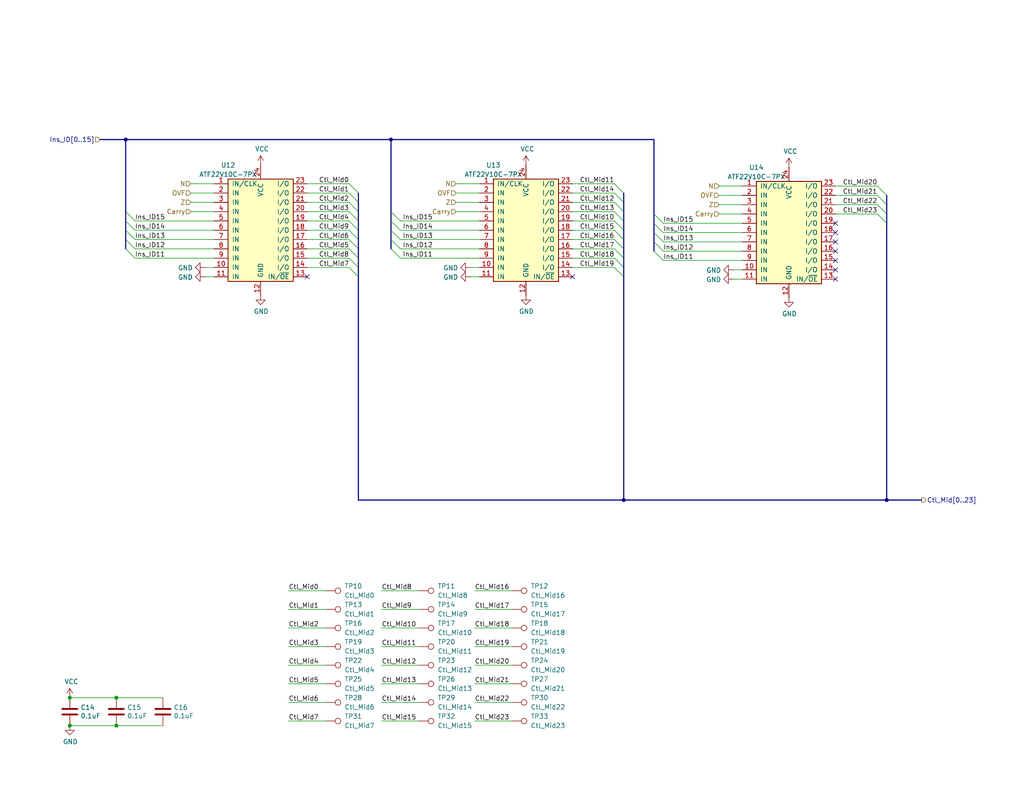
<source format=kicad_sch>
(kicad_sch (version 20250114) (generator "eeschema") (generator_version "9.0")
  (paper "USLetter")
  (title_block (title "Instruction Decoder") (date "2025-07-01") (rev "A") (comment 4 "Decodes an instruction opcode into an array of control signals."))
  (lib_symbols
    (symbol "Connector:TestPoint" (pin_numbers (hide yes)) (pin_names (offset 0.762) (hide yes))
      (property "Reference" "TP" (at 0 6.858 0))
      (property "Value" "TestPoint" (at 0 5.08 0))
      (symbol "TestPoint_0_1"
        (circle (center 0 3.302) (radius 0.762))
      )
      (symbol "TestPoint_1_1"
        (pin passive line (at 0 0 90) (length 2.54) (name "1") (number "1"))
      )
    )
    (symbol "Device:C" (pin_numbers (hide yes)) (pin_names (offset 0.254))
      (property "Reference" "C" (at 0.635 2.54 0))
      (property "Value" "C" (at 0.635 -2.54 0))
      (symbol "C_0_1"
        (polyline (pts (xy -2.032 0.762) (xy 2.032 0.762)) (stroke (width 0.508)))
        (polyline (pts (xy -2.032 -0.762) (xy 2.032 -0.762)) (stroke (width 0.508)))
      )
      (symbol "C_1_1"
        (pin passive line (at 0 3.81 270) (length 2.794) (name "~") (number "1"))
        (pin passive line (at 0 -3.81 90) (length 2.794) (name "~") (number "2"))
      )
    )
    (symbol "Turtle16:ATF22V10C" (pin_names (offset 1.016))
      (symbol "ATF22V10C_1_1"
        (rectangle (start -8.89 -15.24) (end 8.89 12.7) (stroke (width 0.254)) (fill (type background)))
        (pin input line (at -12.7 11.43 0) (length 3.81) (name "IN/CLK") (number "1"))
        (pin input line (at -12.7 8.89 0) (length 3.81) (name "IN") (number "2"))
        (pin input line (at -12.7 6.35 0) (length 3.81) (name "IN") (number "3"))
        (pin input line (at -12.7 3.81 0) (length 3.81) (name "IN") (number "4"))
        (pin input line (at -12.7 1.27 0) (length 3.81) (name "IN") (number "5"))
        (pin input line (at -12.7 -1.27 0) (length 3.81) (name "IN") (number "6"))
        (pin input line (at -12.7 -3.81 0) (length 3.81) (name "IN") (number "7"))
        (pin input line (at -12.7 -6.35 0) (length 3.81) (name "IN") (number "8"))
        (pin input line (at -12.7 -8.89 0) (length 3.81) (name "IN") (number "9"))
        (pin input line (at -12.7 -11.43 0) (length 3.81) (name "IN") (number "10"))
        (pin input line (at -12.7 -13.97 0) (length 3.81) (name "IN") (number "11"))
        (pin power_in line (at 0 16.51 270) (length 3.81) (name "VCC") (number "24"))
        (pin power_in line (at 0 -19.05 90) (length 3.81) (name "GND") (number "12"))
        (pin passive line (at 12.7 11.43 180) (length 3.81) (name "I/O") (number "23"))
        (pin passive line (at 12.7 8.89 180) (length 3.81) (name "I/O") (number "22"))
        (pin passive line (at 12.7 6.35 180) (length 3.81) (name "I/O") (number "21"))
        (pin passive line (at 12.7 3.81 180) (length 3.81) (name "I/O") (number "20"))
        (pin passive line (at 12.7 1.27 180) (length 3.81) (name "I/O") (number "19"))
        (pin passive line (at 12.7 -1.27 180) (length 3.81) (name "I/O") (number "18"))
        (pin passive line (at 12.7 -3.81 180) (length 3.81) (name "I/O") (number "17"))
        (pin passive line (at 12.7 -6.35 180) (length 3.81) (name "I/O") (number "16"))
        (pin passive line (at 12.7 -8.89 180) (length 3.81) (name "I/O") (number "15"))
        (pin passive line (at 12.7 -11.43 180) (length 3.81) (name "I/O") (number "14"))
        (pin input line (at 12.7 -13.97 180) (length 3.81) (name "IN/~{OE}") (number "13"))
      )
    )
    (symbol "power:GND" (power) (pin_numbers (hide yes)) (pin_names (offset 0) (hide yes))
      (property "Value" "GND" (at 0 -3.81 0))
      (symbol "GND_0_1"
        (polyline (pts (xy 0 0) (xy 0 -1.27) (xy 1.27 -1.27) (xy 0 -2.54) (xy -1.27 -1.27) (xy 0 -1.27)))
      )
      (symbol "GND_1_1"
        (pin power_in line (at 0 0 270) (length 0) (name "~") (number "1"))
      )
    )
    (symbol "power:VCC" (power) (pin_numbers (hide yes)) (pin_names (offset 0) (hide yes))
      (property "Value" "VCC" (at 0 3.556 0))
      (symbol "VCC_0_1"
        (polyline (pts (xy -0.762 1.27) (xy 0 2.54)))
        (polyline (pts (xy 0 2.54) (xy 0.762 1.27)))
        (polyline (pts (xy 0 0) (xy 0 2.54)))
      )
      (symbol "VCC_1_1"
        (pin power_in line (at 0 0 90) (length 0) (name "~") (number "1"))
      )
    )
  )
  (junction (at 19.05 198.12))
  (junction (at 31.75 190.5))
  (junction (at 241.935 136.525))
  (junction (at 34.29 38.1))
  (junction (at 31.75 198.12))
  (junction (at 170.18 136.525))
  (junction (at 106.68 38.1))
  (junction (at 19.05 190.5))
  (no_connect (at 227.965 60.96))
  (no_connect (at 83.82 75.565))
  (no_connect (at 156.21 75.565))
  (no_connect (at 227.965 76.2))
  (no_connect (at 227.965 63.5))
  (no_connect (at 227.965 66.04))
  (no_connect (at 227.965 68.58))
  (no_connect (at 227.965 71.12))
  (no_connect (at 227.965 73.66))
  (bus_entry (at 180.975 60.96) (size -2.54 -2.54))
  (bus_entry (at 109.22 67.945) (size -2.54 -2.54))
  (bus_entry (at 97.79 67.945) (size -2.54 -2.54))
  (bus_entry (at 95.25 70.485) (size 2.54 2.54))
  (bus_entry (at 97.79 62.865) (size -2.54 -2.54))
  (bus_entry (at 109.22 70.485) (size -2.54 -2.54))
  (bus_entry (at 180.975 63.5) (size -2.54 -2.54))
  (bus_entry (at 95.25 67.945) (size 2.54 2.54))
  (bus_entry (at 180.975 66.04) (size -2.54 -2.54))
  (bus_entry (at 241.935 58.42) (size -2.54 -2.54))
  (bus_entry (at 97.79 65.405) (size -2.54 -2.54))
  (bus_entry (at 241.935 53.34) (size -2.54 -2.54))
  (bus_entry (at 241.935 60.96) (size -2.54 -2.54))
  (bus_entry (at 241.935 55.88) (size -2.54 -2.54))
  (bus_entry (at 97.79 60.325) (size -2.54 -2.54))
  (bus_entry (at 180.975 68.58) (size -2.54 -2.54))
  (bus_entry (at 95.25 73.025) (size 2.54 2.54))
  (bus_entry (at 36.83 65.405) (size -2.54 -2.54))
  (bus_entry (at 97.79 52.705) (size -2.54 -2.54))
  (bus_entry (at 36.83 62.865) (size -2.54 -2.54))
  (bus_entry (at 167.64 67.945) (size 2.54 2.54))
  (bus_entry (at 109.22 65.405) (size -2.54 -2.54))
  (bus_entry (at 36.83 60.325) (size -2.54 -2.54))
  (bus_entry (at 170.18 60.325) (size -2.54 -2.54))
  (bus_entry (at 167.64 70.485) (size 2.54 2.54))
  (bus_entry (at 180.975 71.12) (size -2.54 -2.54))
  (bus_entry (at 97.79 55.245) (size -2.54 -2.54))
  (bus_entry (at 109.22 62.865) (size -2.54 -2.54))
  (bus_entry (at 170.18 62.865) (size -2.54 -2.54))
  (bus_entry (at 170.18 67.945) (size -2.54 -2.54))
  (bus_entry (at 36.83 67.945) (size -2.54 -2.54))
  (bus_entry (at 170.18 57.785) (size -2.54 -2.54))
  (bus_entry (at 109.22 60.325) (size -2.54 -2.54))
  (bus_entry (at 167.64 73.025) (size 2.54 2.54))
  (bus_entry (at 170.18 65.405) (size -2.54 -2.54))
  (bus_entry (at 170.18 52.705) (size -2.54 -2.54))
  (bus_entry (at 36.83 70.485) (size -2.54 -2.54))
  (bus_entry (at 97.79 57.785) (size -2.54 -2.54))
  (bus_entry (at 170.18 55.245) (size -2.54 -2.54))
  (wire (pts (xy 83.82 57.785) (xy 95.25 57.785)))
  (wire (pts (xy 124.46 50.165) (xy 130.81 50.165)))
  (wire (pts (xy 78.74 176.53) (xy 88.9 176.53)))
  (bus (pts (xy 170.18 55.245) (xy 170.18 57.785)))
  (wire (pts (xy 104.14 161.29) (xy 114.3 161.29)))
  (wire (pts (xy 44.45 198.12) (xy 31.75 198.12)))
  (bus (pts (xy 34.29 38.1) (xy 34.29 57.785)))
  (wire (pts (xy 156.21 65.405) (xy 167.64 65.405)))
  (bus (pts (xy 106.68 60.325) (xy 106.68 62.865)))
  (wire (pts (xy 129.54 171.45) (xy 139.7 171.45)))
  (bus (pts (xy 241.935 53.34) (xy 241.935 55.88)))
  (wire (pts (xy 202.565 60.96) (xy 180.975 60.96)))
  (wire (pts (xy 156.21 62.865) (xy 167.64 62.865)))
  (wire (pts (xy 58.42 60.325) (xy 36.83 60.325)))
  (bus (pts (xy 106.68 38.1) (xy 106.68 57.785)))
  (bus (pts (xy 170.18 136.525) (xy 241.935 136.525)))
  (bus (pts (xy 97.79 60.325) (xy 97.79 62.865)))
  (bus (pts (xy 34.29 57.785) (xy 34.29 60.325)))
  (wire (pts (xy 31.75 190.5) (xy 44.45 190.5)))
  (bus (pts (xy 170.18 57.785) (xy 170.18 60.325)))
  (wire (pts (xy 36.83 67.945) (xy 58.42 67.945)))
  (bus (pts (xy 241.935 60.96) (xy 241.935 136.525)))
  (wire (pts (xy 156.21 55.245) (xy 167.64 55.245)))
  (wire (pts (xy 83.82 50.165) (xy 95.25 50.165)))
  (wire (pts (xy 109.22 67.945) (xy 130.81 67.945)))
  (wire (pts (xy 52.07 50.165) (xy 58.42 50.165)))
  (wire (pts (xy 124.46 55.245) (xy 130.81 55.245)))
  (wire (pts (xy 180.975 68.58) (xy 202.565 68.58)))
  (wire (pts (xy 78.74 171.45) (xy 88.9 171.45)))
  (wire (pts (xy 52.07 55.245) (xy 58.42 55.245)))
  (wire (pts (xy 78.74 196.85) (xy 88.9 196.85)))
  (bus (pts (xy 97.79 70.485) (xy 97.79 67.945)))
  (wire (pts (xy 196.215 55.88) (xy 202.565 55.88)))
  (bus (pts (xy 178.435 38.1) (xy 178.435 58.42)))
  (bus (pts (xy 178.435 60.96) (xy 178.435 63.5)))
  (bus (pts (xy 97.79 73.025) (xy 97.79 75.565)))
  (wire (pts (xy 129.54 161.29) (xy 139.7 161.29)))
  (wire (pts (xy 227.965 53.34) (xy 239.395 53.34)))
  (wire (pts (xy 83.82 73.025) (xy 95.25 73.025)))
  (wire (pts (xy 83.82 62.865) (xy 95.25 62.865)))
  (wire (pts (xy 196.215 50.8) (xy 202.565 50.8)))
  (wire (pts (xy 156.21 73.025) (xy 167.64 73.025)))
  (wire (pts (xy 104.14 181.61) (xy 114.3 181.61)))
  (wire (pts (xy 200.025 73.66) (xy 202.565 73.66)))
  (wire (pts (xy 180.975 71.12) (xy 202.565 71.12)))
  (bus (pts (xy 34.29 60.325) (xy 34.29 62.865)))
  (wire (pts (xy 78.74 191.77) (xy 88.9 191.77)))
  (wire (pts (xy 124.46 52.705) (xy 130.81 52.705)))
  (bus (pts (xy 170.18 70.485) (xy 170.18 73.025)))
  (bus (pts (xy 170.18 62.865) (xy 170.18 65.405)))
  (wire (pts (xy 104.14 191.77) (xy 114.3 191.77)))
  (wire (pts (xy 200.025 76.2) (xy 202.565 76.2)))
  (wire (pts (xy 129.54 181.61) (xy 139.7 181.61)))
  (wire (pts (xy 202.565 63.5) (xy 180.975 63.5)))
  (wire (pts (xy 83.82 65.405) (xy 95.25 65.405)))
  (wire (pts (xy 83.82 67.945) (xy 95.25 67.945)))
  (wire (pts (xy 180.975 66.04) (xy 202.565 66.04)))
  (wire (pts (xy 156.21 67.945) (xy 167.64 67.945)))
  (wire (pts (xy 124.46 57.785) (xy 130.81 57.785)))
  (wire (pts (xy 104.14 186.69) (xy 114.3 186.69)))
  (wire (pts (xy 109.22 70.485) (xy 130.81 70.485)))
  (bus (pts (xy 34.29 62.865) (xy 34.29 65.405)))
  (bus (pts (xy 170.18 70.485) (xy 170.18 67.945)))
  (wire (pts (xy 52.07 57.785) (xy 58.42 57.785)))
  (wire (pts (xy 196.215 53.34) (xy 202.565 53.34)))
  (bus (pts (xy 106.68 62.865) (xy 106.68 65.405)))
  (wire (pts (xy 156.21 52.705) (xy 167.64 52.705)))
  (wire (pts (xy 129.54 196.85) (xy 139.7 196.85)))
  (wire (pts (xy 31.75 198.12) (xy 19.05 198.12)))
  (bus (pts (xy 178.435 66.04) (xy 178.435 68.58)))
  (wire (pts (xy 227.965 58.42) (xy 239.395 58.42)))
  (bus (pts (xy 97.79 52.705) (xy 97.79 55.245)))
  (bus (pts (xy 106.68 65.405) (xy 106.68 67.945)))
  (bus (pts (xy 170.18 73.025) (xy 170.18 75.565)))
  (wire (pts (xy 78.74 161.29) (xy 88.9 161.29)))
  (wire (pts (xy 109.22 65.405) (xy 130.81 65.405)))
  (wire (pts (xy 36.83 70.485) (xy 58.42 70.485)))
  (wire (pts (xy 83.82 60.325) (xy 95.25 60.325)))
  (bus (pts (xy 27.305 38.1) (xy 34.29 38.1)))
  (bus (pts (xy 97.79 57.785) (xy 97.79 60.325)))
  (wire (pts (xy 104.14 176.53) (xy 114.3 176.53)))
  (wire (pts (xy 129.54 176.53) (xy 139.7 176.53)))
  (wire (pts (xy 129.54 191.77) (xy 139.7 191.77)))
  (bus (pts (xy 170.18 75.565) (xy 170.18 136.525)))
  (bus (pts (xy 97.79 75.565) (xy 97.79 136.525)))
  (bus (pts (xy 241.935 58.42) (xy 241.935 60.96)))
  (bus (pts (xy 34.29 65.405) (xy 34.29 67.945)))
  (wire (pts (xy 55.88 73.025) (xy 58.42 73.025)))
  (wire (pts (xy 196.215 58.42) (xy 202.565 58.42)))
  (bus (pts (xy 97.79 70.485) (xy 97.79 73.025)))
  (wire (pts (xy 78.74 186.69) (xy 88.9 186.69)))
  (wire (pts (xy 156.21 60.325) (xy 167.64 60.325)))
  (bus (pts (xy 241.935 55.88) (xy 241.935 58.42)))
  (wire (pts (xy 78.74 181.61) (xy 88.9 181.61)))
  (bus (pts (xy 170.18 52.705) (xy 170.18 55.245)))
  (wire (pts (xy 128.27 73.025) (xy 130.81 73.025)))
  (wire (pts (xy 83.82 52.705) (xy 95.25 52.705)))
  (bus (pts (xy 97.79 65.405) (xy 97.79 67.945)))
  (bus (pts (xy 106.68 57.785) (xy 106.68 60.325)))
  (wire (pts (xy 104.14 166.37) (xy 114.3 166.37)))
  (wire (pts (xy 19.05 190.5) (xy 31.75 190.5)))
  (wire (pts (xy 156.21 57.785) (xy 167.64 57.785)))
  (bus (pts (xy 178.435 63.5) (xy 178.435 66.04)))
  (bus (pts (xy 170.18 136.525) (xy 97.79 136.525)))
  (bus (pts (xy 34.29 38.1) (xy 106.68 38.1)))
  (wire (pts (xy 129.54 166.37) (xy 139.7 166.37)))
  (wire (pts (xy 36.83 65.405) (xy 58.42 65.405)))
  (bus (pts (xy 170.18 65.405) (xy 170.18 67.945)))
  (bus (pts (xy 106.68 38.1) (xy 178.435 38.1)))
  (bus (pts (xy 170.18 60.325) (xy 170.18 62.865)))
  (wire (pts (xy 55.88 75.565) (xy 58.42 75.565)))
  (wire (pts (xy 83.82 70.485) (xy 95.25 70.485)))
  (wire (pts (xy 104.14 171.45) (xy 114.3 171.45)))
  (bus (pts (xy 97.79 62.865) (xy 97.79 65.405)))
  (bus (pts (xy 97.79 55.245) (xy 97.79 57.785)))
  (wire (pts (xy 104.14 196.85) (xy 114.3 196.85)))
  (wire (pts (xy 78.74 166.37) (xy 88.9 166.37)))
  (wire (pts (xy 227.965 50.8) (xy 239.395 50.8)))
  (wire (pts (xy 128.27 75.565) (xy 130.81 75.565)))
  (wire (pts (xy 130.81 60.325) (xy 109.22 60.325)))
  (wire (pts (xy 156.21 70.485) (xy 167.64 70.485)))
  (wire (pts (xy 83.82 55.245) (xy 95.25 55.245)))
  (wire (pts (xy 129.54 186.69) (xy 139.7 186.69)))
  (bus (pts (xy 241.935 136.525) (xy 251.46 136.525)))
  (wire (pts (xy 58.42 62.865) (xy 36.83 62.865)))
  (wire (pts (xy 227.965 55.88) (xy 239.395 55.88)))
  (bus (pts (xy 178.435 58.42) (xy 178.435 60.96)))
  (wire (pts (xy 52.07 52.705) (xy 58.42 52.705)))
  (wire (pts (xy 156.21 50.165) (xy 167.64 50.165)))
  (wire (pts (xy 130.81 62.865) (xy 109.22 62.865)))
  (label "Ctl_Mid13" (at 104.14 186.69 0))
  (label "Ctl_Mid9" (at 104.14 166.37 0))
  (label "Ctl_Mid0" (at 95.25 50.165 180))
  (label "Ctl_Mid14" (at 167.64 52.705 180))
  (label "Ctl_Mid4" (at 95.25 60.325 180))
  (label "Ctl_Mid17" (at 129.54 166.37 0))
  (label "Ins_ID12" (at 180.975 68.58 0))
  (label "Ctl_Mid22" (at 129.54 191.77 0))
  (label "Ins_ID13" (at 36.83 65.405 0))
  (label "Ins_ID15" (at 36.83 60.325 0))
  (label "Ins_ID13" (at 109.855 65.405 0))
  (label "Ctl_Mid2" (at 78.74 171.45 0))
  (label "Ctl_Mid23" (at 129.54 196.85 0))
  (label "Ctl_Mid10" (at 167.64 60.325 180))
  (label "Ctl_Mid19" (at 129.54 176.53 0))
  (label "Ctl_Mid18" (at 167.64 70.485 180))
  (label "Ctl_Mid2" (at 95.25 55.245 180))
  (label "Ctl_Mid11" (at 104.14 176.53 0))
  (label "Ctl_Mid4" (at 78.74 181.61 0))
  (label "Ctl_Mid14" (at 104.14 191.77 0))
  (label "Ctl_Mid13" (at 167.64 57.785 180))
  (label "Ins_ID11" (at 180.975 71.12 0))
  (label "Ctl_Mid22" (at 239.395 55.88 180))
  (label "Ins_ID14" (at 36.83 62.865 0))
  (label "Ins_ID13" (at 180.975 66.04 0))
  (label "Ctl_Mid10" (at 104.14 171.45 0))
  (label "Ins_ID15" (at 109.855 60.325 0))
  (label "Ctl_Mid9" (at 95.25 62.865 180))
  (label "Ctl_Mid3" (at 95.25 57.785 180))
  (label "Ctl_Mid23" (at 239.395 58.42 180))
  (label "Ins_ID11" (at 36.83 70.485 0))
  (label "Ins_ID12" (at 109.855 67.945 0))
  (label "Ctl_Mid20" (at 129.54 181.61 0))
  (label "Ctl_Mid3" (at 78.74 176.53 0))
  (label "Ctl_Mid5" (at 95.25 67.945 180))
  (label "Ctl_Mid12" (at 167.64 55.245 180))
  (label "Ctl_Mid16" (at 129.54 161.29 0))
  (label "Ctl_Mid7" (at 78.74 196.85 0))
  (label "Ctl_Mid17" (at 167.64 67.945 180))
  (label "Ctl_Mid20" (at 239.395 50.8 180))
  (label "Ins_ID12" (at 36.83 67.945 0))
  (label "Ins_ID14" (at 180.975 63.5 0))
  (label "Ctl_Mid8" (at 104.14 161.29 0))
  (label "Ctl_Mid15" (at 104.14 196.85 0))
  (label "Ctl_Mid18" (at 129.54 171.45 0))
  (label "Ctl_Mid0" (at 78.74 161.29 0))
  (label "Ctl_Mid7" (at 95.25 73.025 180))
  (label "Ctl_Mid12" (at 104.14 181.61 0))
  (label "Ctl_Mid8" (at 95.25 70.485 180))
  (label "Ctl_Mid1" (at 95.25 52.705 180))
  (label "Ctl_Mid16" (at 167.64 65.405 180))
  (label "Ins_ID14" (at 109.855 62.865 0))
  (label "Ctl_Mid11" (at 167.64 50.165 180))
  (label "Ctl_Mid1" (at 78.74 166.37 0))
  (label "Ctl_Mid6" (at 78.74 191.77 0))
  (label "Ins_ID11" (at 109.855 70.485 0))
  (label "Ctl_Mid15" (at 167.64 62.865 180))
  (label "Ins_ID15" (at 180.975 60.96 0))
  (label "Ctl_Mid21" (at 129.54 186.69 0))
  (label "Ctl_Mid6" (at 95.25 65.405 180))
  (label "Ctl_Mid21" (at 239.395 53.34 180))
  (label "Ctl_Mid5" (at 78.74 186.69 0))
  (label "Ctl_Mid19" (at 167.64 73.025 180))
  (hierarchical_label "Z" (shape input) (at 124.46 55.245 180))
  (hierarchical_label "OVF" (shape input) (at 124.46 52.705 180))
  (hierarchical_label "N" (shape input) (at 196.215 50.8 180))
  (hierarchical_label "Ins_ID[0..15]" (shape input) (at 27.305 38.1 180))
  (hierarchical_label "Ctl_Mid[0..23]" (shape output) (at 251.46 136.525 0))
  (hierarchical_label "Carry" (shape input) (at 124.46 57.785 180))
  (hierarchical_label "N" (shape input) (at 52.07 50.165 180))
  (hierarchical_label "N" (shape input) (at 124.46 50.165 180))
  (hierarchical_label "Carry" (shape input) (at 196.215 58.42 180))
  (hierarchical_label "Carry" (shape input) (at 52.07 57.785 180))
  (hierarchical_label "OVF" (shape input) (at 52.07 52.705 180))
  (hierarchical_label "Z" (shape input) (at 52.07 55.245 180))
  (hierarchical_label "OVF" (shape input) (at 196.215 53.34 180))
  (hierarchical_label "Z" (shape input) (at 196.215 55.88 180))
  (symbol (lib_id "power:GND") (at 55.88 75.565 270) (unit 1)
    (property "Reference" "#PWR04" (effects (hide yes)))
    (property "Value" "GND" (at 52.6288 75.692 90) (effects (justify right)))
    (property "Description" "Power symbol creates a global label with name \"GND\" , ground" (effects (hide yes)))
    (instances (project "" (path "" (reference "#PWR0523") (unit 1))) (project "" (path "" (reference "#PWR04") (unit 1))))
  )
  (symbol (lib_id "power:GND") (at 55.88 73.025 270) (unit 1)
    (property "Reference" "#PWR03" (effects (hide yes)))
    (property "Value" "GND" (at 52.6288 73.152 90) (effects (justify right)))
    (property "Description" "Power symbol creates a global label with name \"GND\" , ground" (effects (hide yes)))
    (instances (project "" (path "" (reference "#PWR0520") (unit 1))) (project "" (path "" (reference "#PWR03") (unit 1))))
  )
  (symbol (lib_id "Device:C") (at 19.05 194.31 0) (unit 1)
    (property "Reference" "C1" (at 21.971 193.1416 0) (effects (justify left)))
    (property "Value" "0.1uF" (at 21.971 195.453 0) (effects (justify left)))
    (property "Footprint" "Capacitor_SMD:C_0603_1608Metric" (effects (hide yes)))
    (property "Datasheet" "https://www.mouser.com/datasheet/2/396/taiyo_yuden_12132018_mlcc11_hq_e-1510082.pdf" (effects (hide yes)))
    (property "Manufacturer" "Taiyo Yuden" (effects (hide yes)))
    (property "Manufacturer#" "EMK107B7104KAHT" (effects (hide yes)))
    (property "Mouser#" "963-EMK107B7104KAHT" (effects (hide yes)))
    (property "Digikey#" "587-6004-1-ND" (effects (hide yes)))
    (instances (project "" (path "" (reference "C14") (unit 1))) (project "" (path "" (reference "C1") (unit 1))))
  )
  (symbol (lib_id "Device:C") (at 31.75 194.31 0) (unit 1)
    (property "Reference" "C2" (at 34.671 193.1416 0) (effects (justify left)))
    (property "Value" "0.1uF" (at 34.671 195.453 0) (effects (justify left)))
    (property "Footprint" "Capacitor_SMD:C_0603_1608Metric" (effects (hide yes)))
    (property "Datasheet" "https://www.mouser.com/datasheet/2/396/taiyo_yuden_12132018_mlcc11_hq_e-1510082.pdf" (effects (hide yes)))
    (property "Manufacturer" "Taiyo Yuden" (effects (hide yes)))
    (property "Manufacturer#" "EMK107B7104KAHT" (effects (hide yes)))
    (property "Mouser#" "963-EMK107B7104KAHT" (effects (hide yes)))
    (property "Digikey#" "587-6004-1-ND" (effects (hide yes)))
    (instances (project "" (path "" (reference "C15") (unit 1))) (project "" (path "" (reference "C2") (unit 1))))
  )
  (symbol (lib_id "power:GND") (at 19.05 198.12 0) (unit 1)
    (property "Reference" "#PWR02" (effects (hide yes)))
    (property "Value" "GND" (at 19.177 202.5142 0))
    (property "Description" "Power symbol creates a global label with name \"GND\" , ground" (effects (hide yes)))
    (instances (project "" (path "" (reference "#PWR0530") (unit 1))) (project "" (path "" (reference "#PWR02") (unit 1))))
  )
  (symbol (lib_id "power:VCC") (at 19.05 190.5 0) (unit 1)
    (property "Reference" "#PWR01" (effects (hide yes)))
    (property "Value" "VCC" (at 19.4818 186.1058 0))
    (property "Description" "Power symbol creates a global label with name \"VCC\"" (effects (hide yes)))
    (instances (project "" (path "" (reference "#PWR0529") (unit 1))) (project "" (path "" (reference "#PWR01") (unit 1))))
  )
  (symbol (lib_id "power:VCC") (at 71.12 45.085 0) (unit 1)
    (property "Reference" "#PWR05" (effects (hide yes)))
    (property "Value" "VCC" (at 71.501 40.6908 0))
    (property "Description" "Power symbol creates a global label with name \"VCC\"" (effects (hide yes)))
    (instances (project "" (path "" (reference "#PWR0517") (unit 1))) (project "" (path "" (reference "#PWR05") (unit 1))))
  )
  (symbol (lib_id "power:GND") (at 71.12 80.645 0) (unit 1)
    (property "Reference" "#PWR06" (effects (hide yes)))
    (property "Value" "GND" (at 71.247 85.0392 0))
    (property "Description" "Power symbol creates a global label with name \"GND\" , ground" (effects (hide yes)))
    (instances (project "" (path "" (reference "#PWR0526") (unit 1))) (project "" (path "" (reference "#PWR06") (unit 1))))
  )
  (symbol (lib_id "Device:C") (at 44.45 194.31 0) (unit 1)
    (property "Reference" "C3" (at 47.371 193.1416 0) (effects (justify left)))
    (property "Value" "0.1uF" (at 47.371 195.453 0) (effects (justify left)))
    (property "Footprint" "Capacitor_SMD:C_0603_1608Metric" (effects (hide yes)))
    (property "Datasheet" "https://www.mouser.com/datasheet/2/396/taiyo_yuden_12132018_mlcc11_hq_e-1510082.pdf" (effects (hide yes)))
    (property "Manufacturer" "Taiyo Yuden" (effects (hide yes)))
    (property "Manufacturer#" "EMK107B7104KAHT" (effects (hide yes)))
    (property "Mouser#" "963-EMK107B7104KAHT" (effects (hide yes)))
    (property "Digikey#" "587-6004-1-ND" (effects (hide yes)))
    (instances (project "" (path "" (reference "C16") (unit 1))) (project "" (path "" (reference "C3") (unit 1))))
  )
  (symbol (lib_id "power:VCC") (at 143.51 45.085 0) (unit 1)
    (property "Reference" "#PWR09" (effects (hide yes)))
    (property "Value" "VCC" (at 143.891 40.6908 0))
    (property "Description" "Power symbol creates a global label with name \"VCC\"" (effects (hide yes)))
    (instances (project "" (path "" (reference "#PWR0518") (unit 1))) (project "" (path "" (reference "#PWR09") (unit 1))))
  )
  (symbol (lib_id "power:GND") (at 143.51 80.645 0) (unit 1)
    (property "Reference" "#PWR010" (effects (hide yes)))
    (property "Value" "GND" (at 143.637 85.0392 0))
    (property "Description" "Power symbol creates a global label with name \"GND\" , ground" (effects (hide yes)))
    (instances (project "" (path "" (reference "#PWR0527") (unit 1))) (project "" (path "" (reference "#PWR010") (unit 1))))
  )
  (symbol (lib_id "power:VCC") (at 215.265 45.72 0) (unit 1)
    (property "Reference" "#PWR013" (effects (hide yes)))
    (property "Value" "VCC" (at 215.646 41.3258 0))
    (property "Description" "Power symbol creates a global label with name \"VCC\"" (effects (hide yes)))
    (instances (project "" (path "" (reference "#PWR0519") (unit 1))) (project "" (path "" (reference "#PWR013") (unit 1))))
  )
  (symbol (lib_id "power:GND") (at 215.265 81.28 0) (unit 1)
    (property "Reference" "#PWR014" (effects (hide yes)))
    (property "Value" "GND" (at 215.392 85.6742 0))
    (property "Description" "Power symbol creates a global label with name \"GND\" , ground" (effects (hide yes)))
    (instances (project "" (path "" (reference "#PWR0528") (unit 1))) (project "" (path "" (reference "#PWR014") (unit 1))))
  )
  (symbol (lib_id "Connector:TestPoint") (at 88.9 171.45 270) (unit 1) (in_bom no)
    (property "Reference" "TP3" (at 93.98 170.1799 90) (effects (justify left)))
    (property "Value" "Ctl_Mid2" (at 93.98 172.7199 90) (effects (justify left)))
    (property "Footprint" "TestPoint:TestPoint_Pad_D1.0mm" (effects (hide yes)))
    (instances (project "" (path "" (reference "TP16") (unit 1))) (project "" (path "" (reference "TP3") (unit 1))))
  )
  (symbol (lib_id "Turtle16:ATF22V10C") (at 215.265 62.23 0) (unit 1)
    (property "Reference" "U3" (at 206.375 45.72 0))
    (property "Value" "ATF22V10C-7PX" (at 206.375 48.26 0))
    (property "Footprint" "Package_DIP:DIP-24_W7.62mm_Socket" (effects (hide yes)))
    (property "Datasheet" "https://www.mouser.com/datasheet/2/268/doc0735-1369018.pdf" (effects (hide yes)))
    (property "Manufacturer" "Microchip Technology" (effects (hide yes)))
    (property "Manufacturer#" "ATF22V10C-7PX" (effects (hide yes)))
    (property "Mouser#" "556-AF22V10C7PX" (effects (hide yes)))
    (property "Digikey#" "ATF22V10C-7PX-ND" (effects (hide yes)))
    (instances (project "" (path "" (reference "U14") (unit 1))) (project "" (path "" (reference "U3") (unit 1))))
  )
  (symbol (lib_id "Connector:TestPoint") (at 139.7 181.61 270) (unit 1) (in_bom no)
    (property "Reference" "TP21" (at 144.78 180.3399 90) (effects (justify left)))
    (property "Value" "Ctl_Mid20" (at 144.78 182.8799 90) (effects (justify left)))
    (property "Footprint" "TestPoint:TestPoint_Pad_D1.0mm" (effects (hide yes)))
    (instances (project "" (path "" (reference "TP24") (unit 1))) (project "" (path "" (reference "TP21") (unit 1))))
  )
  (symbol (lib_id "Connector:TestPoint") (at 88.9 161.29 270) (unit 1) (in_bom no)
    (property "Reference" "TP1" (at 93.98 160.0199 90) (effects (justify left)))
    (property "Value" "Ctl_Mid0" (at 93.98 162.5599 90) (effects (justify left)))
    (property "Footprint" "TestPoint:TestPoint_Pad_D1.0mm" (effects (hide yes)))
    (instances (project "" (path "" (reference "TP10") (unit 1))) (project "" (path "" (reference "TP1") (unit 1))))
  )
  (symbol (lib_id "power:GND") (at 200.025 73.66 270) (unit 1)
    (property "Reference" "#PWR011" (effects (hide yes)))
    (property "Value" "GND" (at 196.7738 73.787 90) (effects (justify right)))
    (property "Description" "Power symbol creates a global label with name \"GND\" , ground" (effects (hide yes)))
    (instances (project "" (path "" (reference "#PWR0522") (unit 1))) (project "" (path "" (reference "#PWR011") (unit 1))))
  )
  (symbol (lib_id "Connector:TestPoint") (at 88.9 181.61 270) (unit 1) (in_bom no)
    (property "Reference" "TP5" (at 93.98 180.3399 90) (effects (justify left)))
    (property "Value" "Ctl_Mid4" (at 93.98 182.8799 90) (effects (justify left)))
    (property "Footprint" "TestPoint:TestPoint_Pad_D1.0mm" (effects (hide yes)))
    (instances (project "" (path "" (reference "TP22") (unit 1))) (project "" (path "" (reference "TP5") (unit 1))))
  )
  (symbol (lib_id "Connector:TestPoint") (at 139.7 186.69 270) (unit 1) (in_bom no)
    (property "Reference" "TP22" (at 144.78 185.4199 90) (effects (justify left)))
    (property "Value" "Ctl_Mid21" (at 144.78 187.9599 90) (effects (justify left)))
    (property "Footprint" "TestPoint:TestPoint_Pad_D1.0mm" (effects (hide yes)))
    (instances (project "" (path "" (reference "TP27") (unit 1))) (project "" (path "" (reference "TP22") (unit 1))))
  )
  (symbol (lib_id "Connector:TestPoint") (at 139.7 161.29 270) (unit 1) (in_bom no)
    (property "Reference" "TP17" (at 144.78 160.0199 90) (effects (justify left)))
    (property "Value" "Ctl_Mid16" (at 144.78 162.5599 90) (effects (justify left)))
    (property "Footprint" "TestPoint:TestPoint_Pad_D1.0mm" (effects (hide yes)))
    (instances (project "" (path "" (reference "TP12") (unit 1))) (project "" (path "" (reference "TP17") (unit 1))))
  )
  (symbol (lib_id "Connector:TestPoint") (at 114.3 161.29 270) (unit 1) (in_bom no)
    (property "Reference" "TP9" (at 119.38 160.0199 90) (effects (justify left)))
    (property "Value" "Ctl_Mid8" (at 119.38 162.5599 90) (effects (justify left)))
    (property "Footprint" "TestPoint:TestPoint_Pad_D1.0mm" (effects (hide yes)))
    (instances (project "" (path "" (reference "TP11") (unit 1))) (project "" (path "" (reference "TP9") (unit 1))))
  )
  (symbol (lib_id "Turtle16:ATF22V10C") (at 71.12 61.595 0) (unit 1)
    (property "Reference" "U1" (at 62.23 45.085 0))
    (property "Value" "ATF22V10C-7PX" (at 62.23 47.625 0))
    (property "Footprint" "Package_DIP:DIP-24_W7.62mm_Socket" (effects (hide yes)))
    (property "Datasheet" "https://www.mouser.com/datasheet/2/268/doc0735-1369018.pdf" (effects (hide yes)))
    (property "Manufacturer" "Microchip Technology" (effects (hide yes)))
    (property "Manufacturer#" "ATF22V10C-7PX" (effects (hide yes)))
    (property "Mouser#" "556-AF22V10C7PX" (effects (hide yes)))
    (property "Digikey#" "ATF22V10C-7PX-ND" (effects (hide yes)))
    (instances (project "" (path "" (reference "U12") (unit 1))) (project "" (path "" (reference "U1") (unit 1))))
  )
  (symbol (lib_id "Connector:TestPoint") (at 139.7 191.77 270) (unit 1) (in_bom no)
    (property "Reference" "TP23" (at 144.78 190.4999 90) (effects (justify left)))
    (property "Value" "Ctl_Mid22" (at 144.78 193.0399 90) (effects (justify left)))
    (property "Footprint" "TestPoint:TestPoint_Pad_D1.0mm" (effects (hide yes)))
    (instances (project "" (path "" (reference "TP30") (unit 1))) (project "" (path "" (reference "TP23") (unit 1))))
  )
  (symbol (lib_id "Connector:TestPoint") (at 114.3 171.45 270) (unit 1) (in_bom no)
    (property "Reference" "TP11" (at 119.38 170.1799 90) (effects (justify left)))
    (property "Value" "Ctl_Mid10" (at 119.38 172.7199 90) (effects (justify left)))
    (property "Footprint" "TestPoint:TestPoint_Pad_D1.0mm" (effects (hide yes)))
    (instances (project "" (path "" (reference "TP17") (unit 1))) (project "" (path "" (reference "TP11") (unit 1))))
  )
  (symbol (lib_id "power:GND") (at 200.025 76.2 270) (unit 1)
    (property "Reference" "#PWR012" (effects (hide yes)))
    (property "Value" "GND" (at 196.7738 76.327 90) (effects (justify right)))
    (property "Description" "Power symbol creates a global label with name \"GND\" , ground" (effects (hide yes)))
    (instances (project "" (path "" (reference "#PWR0525") (unit 1))) (project "" (path "" (reference "#PWR012") (unit 1))))
  )
  (symbol (lib_id "Connector:TestPoint") (at 114.3 166.37 270) (unit 1) (in_bom no)
    (property "Reference" "TP10" (at 119.38 165.0999 90) (effects (justify left)))
    (property "Value" "Ctl_Mid9" (at 119.38 167.6399 90) (effects (justify left)))
    (property "Footprint" "TestPoint:TestPoint_Pad_D1.0mm" (effects (hide yes)))
    (instances (project "" (path "" (reference "TP14") (unit 1))) (project "" (path "" (reference "TP10") (unit 1))))
  )
  (symbol (lib_id "Connector:TestPoint") (at 88.9 191.77 270) (unit 1) (in_bom no)
    (property "Reference" "TP7" (at 93.98 190.4999 90) (effects (justify left)))
    (property "Value" "Ctl_Mid6" (at 93.98 193.0399 90) (effects (justify left)))
    (property "Footprint" "TestPoint:TestPoint_Pad_D1.0mm" (effects (hide yes)))
    (instances (project "" (path "" (reference "TP28") (unit 1))) (project "" (path "" (reference "TP7") (unit 1))))
  )
  (symbol (lib_id "power:GND") (at 128.27 73.025 270) (unit 1)
    (property "Reference" "#PWR07" (effects (hide yes)))
    (property "Value" "GND" (at 125.0188 73.152 90) (effects (justify right)))
    (property "Description" "Power symbol creates a global label with name \"GND\" , ground" (effects (hide yes)))
    (instances (project "" (path "" (reference "#PWR0521") (unit 1))) (project "" (path "" (reference "#PWR07") (unit 1))))
  )
  (symbol (lib_id "Connector:TestPoint") (at 139.7 166.37 270) (unit 1) (in_bom no)
    (property "Reference" "TP18" (at 144.78 165.0999 90) (effects (justify left)))
    (property "Value" "Ctl_Mid17" (at 144.78 167.6399 90) (effects (justify left)))
    (property "Footprint" "TestPoint:TestPoint_Pad_D1.0mm" (effects (hide yes)))
    (instances (project "" (path "" (reference "TP15") (unit 1))) (project "" (path "" (reference "TP18") (unit 1))))
  )
  (symbol (lib_id "Connector:TestPoint") (at 88.9 176.53 270) (unit 1) (in_bom no)
    (property "Reference" "TP4" (at 93.98 175.2599 90) (effects (justify left)))
    (property "Value" "Ctl_Mid3" (at 93.98 177.7999 90) (effects (justify left)))
    (property "Footprint" "TestPoint:TestPoint_Pad_D1.0mm" (effects (hide yes)))
    (instances (project "" (path "" (reference "TP19") (unit 1))) (project "" (path "" (reference "TP4") (unit 1))))
  )
  (symbol (lib_id "Connector:TestPoint") (at 139.7 196.85 270) (unit 1) (in_bom no)
    (property "Reference" "TP24" (at 144.78 195.5799 90) (effects (justify left)))
    (property "Value" "Ctl_Mid23" (at 144.78 198.1199 90) (effects (justify left)))
    (property "Footprint" "TestPoint:TestPoint_Pad_D1.0mm" (effects (hide yes)))
    (instances (project "" (path "" (reference "TP33") (unit 1))) (project "" (path "" (reference "TP24") (unit 1))))
  )
  (symbol (lib_id "Connector:TestPoint") (at 114.3 181.61 270) (unit 1) (in_bom no)
    (property "Reference" "TP13" (at 119.38 180.3399 90) (effects (justify left)))
    (property "Value" "Ctl_Mid12" (at 119.38 182.8799 90) (effects (justify left)))
    (property "Footprint" "TestPoint:TestPoint_Pad_D1.0mm" (effects (hide yes)))
    (instances (project "" (path "" (reference "TP23") (unit 1))) (project "" (path "" (reference "TP13") (unit 1))))
  )
  (symbol (lib_id "Connector:TestPoint") (at 114.3 196.85 270) (unit 1) (in_bom no)
    (property "Reference" "TP16" (at 119.38 195.5799 90) (effects (justify left)))
    (property "Value" "Ctl_Mid15" (at 119.38 198.1199 90) (effects (justify left)))
    (property "Footprint" "TestPoint:TestPoint_Pad_D1.0mm" (effects (hide yes)))
    (instances (project "" (path "" (reference "TP32") (unit 1))) (project "" (path "" (reference "TP16") (unit 1))))
  )
  (symbol (lib_id "Connector:TestPoint") (at 88.9 186.69 270) (unit 1) (in_bom no)
    (property "Reference" "TP6" (at 93.98 185.4199 90) (effects (justify left)))
    (property "Value" "Ctl_Mid5" (at 93.98 187.9599 90) (effects (justify left)))
    (property "Footprint" "TestPoint:TestPoint_Pad_D1.0mm" (effects (hide yes)))
    (instances (project "" (path "" (reference "TP25") (unit 1))) (project "" (path "" (reference "TP6") (unit 1))))
  )
  (symbol (lib_id "Connector:TestPoint") (at 88.9 166.37 270) (unit 1) (in_bom no)
    (property "Reference" "TP2" (at 93.98 165.0999 90) (effects (justify left)))
    (property "Value" "Ctl_Mid1" (at 93.98 167.6399 90) (effects (justify left)))
    (property "Footprint" "TestPoint:TestPoint_Pad_D1.0mm" (effects (hide yes)))
    (instances (project "" (path "" (reference "TP13") (unit 1))) (project "" (path "" (reference "TP2") (unit 1))))
  )
  (symbol (lib_id "Connector:TestPoint") (at 114.3 176.53 270) (unit 1) (in_bom no)
    (property "Reference" "TP12" (at 119.38 175.2599 90) (effects (justify left)))
    (property "Value" "Ctl_Mid11" (at 119.38 177.7999 90) (effects (justify left)))
    (property "Footprint" "TestPoint:TestPoint_Pad_D1.0mm" (effects (hide yes)))
    (instances (project "" (path "" (reference "TP20") (unit 1))) (project "" (path "" (reference "TP12") (unit 1))))
  )
  (symbol (lib_id "Connector:TestPoint") (at 139.7 171.45 270) (unit 1) (in_bom no)
    (property "Reference" "TP19" (at 144.78 170.1799 90) (effects (justify left)))
    (property "Value" "Ctl_Mid18" (at 144.78 172.7199 90) (effects (justify left)))
    (property "Footprint" "TestPoint:TestPoint_Pad_D1.0mm" (effects (hide yes)))
    (instances (project "" (path "" (reference "TP18") (unit 1))) (project "" (path "" (reference "TP19") (unit 1))))
  )
  (symbol (lib_id "power:GND") (at 128.27 75.565 270) (unit 1)
    (property "Reference" "#PWR08" (effects (hide yes)))
    (property "Value" "GND" (at 125.0188 75.692 90) (effects (justify right)))
    (property "Description" "Power symbol creates a global label with name \"GND\" , ground" (effects (hide yes)))
    (instances (project "" (path "" (reference "#PWR0524") (unit 1))) (project "" (path "" (reference "#PWR08") (unit 1))))
  )
  (symbol (lib_id "Connector:TestPoint") (at 88.9 196.85 270) (unit 1) (in_bom no)
    (property "Reference" "TP8" (at 93.98 195.5799 90) (effects (justify left)))
    (property "Value" "Ctl_Mid7" (at 93.98 198.1199 90) (effects (justify left)))
    (property "Footprint" "TestPoint:TestPoint_Pad_D1.0mm" (effects (hide yes)))
    (instances (project "" (path "" (reference "TP31") (unit 1))) (project "" (path "" (reference "TP8") (unit 1))))
  )
  (symbol (lib_id "Connector:TestPoint") (at 139.7 176.53 270) (unit 1) (in_bom no)
    (property "Reference" "TP20" (at 144.78 175.2599 90) (effects (justify left)))
    (property "Value" "Ctl_Mid19" (at 144.78 177.7999 90) (effects (justify left)))
    (property "Footprint" "TestPoint:TestPoint_Pad_D1.0mm" (effects (hide yes)))
    (instances (project "" (path "" (reference "TP21") (unit 1))) (project "" (path "" (reference "TP20") (unit 1))))
  )
  (symbol (lib_id "Connector:TestPoint") (at 114.3 191.77 270) (unit 1) (in_bom no)
    (property "Reference" "TP15" (at 119.38 190.4999 90) (effects (justify left)))
    (property "Value" "Ctl_Mid14" (at 119.38 193.0399 90) (effects (justify left)))
    (property "Footprint" "TestPoint:TestPoint_Pad_D1.0mm" (effects (hide yes)))
    (instances (project "" (path "" (reference "TP29") (unit 1))) (project "" (path "" (reference "TP15") (unit 1))))
  )
  (symbol (lib_id "Turtle16:ATF22V10C") (at 143.51 61.595 0) (unit 1)
    (property "Reference" "U2" (at 134.62 45.085 0))
    (property "Value" "ATF22V10C-7PX" (at 134.62 47.625 0))
    (property "Footprint" "Package_DIP:DIP-24_W7.62mm_Socket" (effects (hide yes)))
    (property "Datasheet" "https://www.mouser.com/datasheet/2/268/doc0735-1369018.pdf" (effects (hide yes)))
    (property "Manufacturer" "Microchip Technology" (effects (hide yes)))
    (property "Manufacturer#" "ATF22V10C-7PX" (effects (hide yes)))
    (property "Mouser#" "556-AF22V10C7PX" (effects (hide yes)))
    (property "Digikey#" "ATF22V10C-7PX-ND" (effects (hide yes)))
    (instances (project "" (path "" (reference "U13") (unit 1))) (project "" (path "" (reference "U2") (unit 1))))
  )
  (symbol (lib_id "Connector:TestPoint") (at 114.3 186.69 270) (unit 1) (in_bom no)
    (property "Reference" "TP14" (at 119.38 185.4199 90) (effects (justify left)))
    (property "Value" "Ctl_Mid13" (at 119.38 187.9599 90) (effects (justify left)))
    (property "Footprint" "TestPoint:TestPoint_Pad_D1.0mm" (effects (hide yes)))
    (instances (project "" (path "" (reference "TP26") (unit 1))) (project "" (path "" (reference "TP14") (unit 1))))
  )
)
</source>
